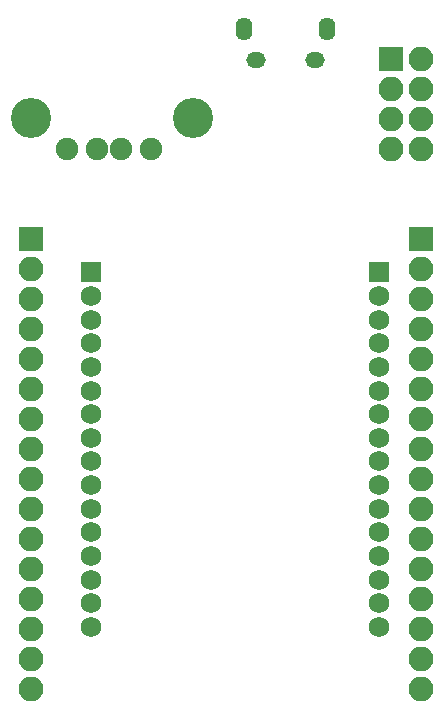
<source format=gbr>
G04 #@! TF.FileFunction,Soldermask,Bot*
%FSLAX46Y46*%
G04 Gerber Fmt 4.6, Leading zero omitted, Abs format (unit mm)*
G04 Created by KiCad (PCBNEW 4.0.5) date 02/22/17 14:43:09*
%MOMM*%
%LPD*%
G01*
G04 APERTURE LIST*
%ADD10C,0.100000*%
%ADD11C,1.750000*%
%ADD12R,1.750000X1.750000*%
%ADD13O,1.650000X1.350000*%
%ADD14O,1.400000X1.950000*%
%ADD15C,1.900000*%
%ADD16C,3.400000*%
%ADD17R,2.100000X2.100000*%
%ADD18O,2.100000X2.100000*%
G04 APERTURE END LIST*
D10*
D11*
X138692000Y-129314000D03*
X138692000Y-127314000D03*
X138692000Y-125314000D03*
X138692000Y-123314000D03*
X138692000Y-121314000D03*
X138692000Y-119314000D03*
X138692000Y-117314000D03*
X138692000Y-115314000D03*
X138692000Y-113314000D03*
X138692000Y-111314000D03*
X138692000Y-109314000D03*
X138692000Y-107314000D03*
X138692000Y-105314000D03*
X138692000Y-103314000D03*
X138692000Y-101314000D03*
D12*
X138692000Y-99314000D03*
X114292000Y-99314000D03*
D11*
X114292000Y-101314000D03*
X114292000Y-103314000D03*
X114292000Y-105314000D03*
X114292000Y-107314000D03*
X114292000Y-109314000D03*
X114292000Y-111314000D03*
X114292000Y-113314000D03*
X114292000Y-115314000D03*
X114292000Y-117314000D03*
X114292000Y-119314000D03*
X114292000Y-121314000D03*
X114292000Y-123314000D03*
X114292000Y-125314000D03*
X114292000Y-127314000D03*
X114292000Y-129314000D03*
D13*
X133310000Y-81360000D03*
X128310000Y-81360000D03*
D14*
X134310000Y-78660000D03*
X127310000Y-78660000D03*
D15*
X112270000Y-88900000D03*
X114810000Y-88900000D03*
X116840000Y-88900000D03*
X119380000Y-88900000D03*
D16*
X109220000Y-86230000D03*
X122940000Y-86230000D03*
D17*
X109220000Y-96520000D03*
D18*
X109220000Y-99060000D03*
X109220000Y-101600000D03*
X109220000Y-104140000D03*
X109220000Y-106680000D03*
X109220000Y-109220000D03*
X109220000Y-111760000D03*
X109220000Y-114300000D03*
X109220000Y-116840000D03*
X109220000Y-119380000D03*
X109220000Y-121920000D03*
X109220000Y-124460000D03*
X109220000Y-127000000D03*
X109220000Y-129540000D03*
X109220000Y-132080000D03*
X109220000Y-134620000D03*
D17*
X142240000Y-96520000D03*
D18*
X142240000Y-99060000D03*
X142240000Y-101600000D03*
X142240000Y-104140000D03*
X142240000Y-106680000D03*
X142240000Y-109220000D03*
X142240000Y-111760000D03*
X142240000Y-114300000D03*
X142240000Y-116840000D03*
X142240000Y-119380000D03*
X142240000Y-121920000D03*
X142240000Y-124460000D03*
X142240000Y-127000000D03*
X142240000Y-129540000D03*
X142240000Y-132080000D03*
X142240000Y-134620000D03*
D17*
X139700000Y-81280000D03*
D18*
X142240000Y-81280000D03*
X139700000Y-83820000D03*
X142240000Y-83820000D03*
X139700000Y-86360000D03*
X142240000Y-86360000D03*
X139700000Y-88900000D03*
X142240000Y-88900000D03*
M02*

</source>
